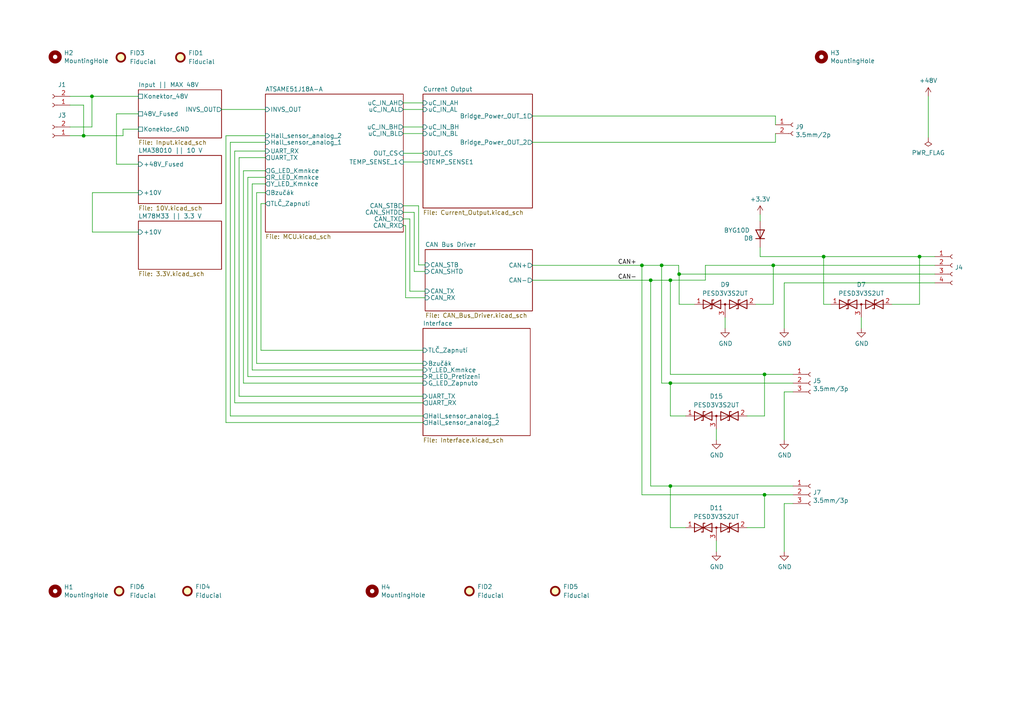
<source format=kicad_sch>
(kicad_sch (version 20230121) (generator eeschema)
  (paper "A4")
  (title_block (title "DP_Proudový_Zdroj") (date "2024-03-26") (rev "2") (company "Pavel Novotný"))
  (lib_symbols
    (symbol "Device:D" (pin_numbers hide) (pin_names (offset 1.016) hide)
      (property "Reference" "D" (at 0 2.54 0))
      (property "Value" "D" (at 0 -2.54 0))
      (symbol "D_0_1"
        (polyline (pts (xy -1.27 1.27) (xy -1.27 -1.27)) (stroke (width 0.254)))
        (polyline (pts (xy 1.27 0) (xy -1.27 0)))
        (polyline (pts (xy 1.27 1.27) (xy 1.27 -1.27) (xy -1.27 0) (xy 1.27 1.27)) (stroke (width 0.254)))
      )
      (symbol "D_1_1"
        (pin passive line (at -3.81 0 0) (length 2.54) (name "K") (number "1"))
        (pin passive line (at 3.81 0 180) (length 2.54) (name "A") (number "2"))
      )
    )
    (symbol "Device:D_TVS_Dual_AAC" (pin_names (offset 1.016) hide)
      (property "Reference" "D" (at 0 4.445 0))
      (property "Value" "D_TVS_Dual_AAC" (at 0 2.54 0))
      (symbol "D_TVS_Dual_AAC_0_0"
        (polyline (pts (xy 0 -1.27) (xy 0 0)))
      )
      (symbol "D_TVS_Dual_AAC_0_1"
        (polyline (pts (xy -6.35 0) (xy 6.35 0)))
        (polyline (pts (xy -3.302 1.27) (xy -3.81 1.27) (xy -3.81 -1.27) (xy -4.318 -1.27)) (stroke (width 0.254)))
        (polyline (pts (xy 4.318 1.27) (xy 3.81 1.27) (xy 3.81 -1.27) (xy 3.302 -1.27)) (stroke (width 0.254)))
        (polyline (pts (xy -6.35 1.27) (xy -1.27 -1.27) (xy -1.27 1.27) (xy -6.35 -1.27) (xy -6.35 1.27)) (stroke (width 0.254)))
        (polyline (pts (xy 6.35 1.27) (xy 1.27 -1.27) (xy 1.27 1.27) (xy 6.35 -1.27) (xy 6.35 1.27)) (stroke (width 0.254)))
        (circle (center 0 0) (radius 0.254) (fill (type outline)))
      )
      (symbol "D_TVS_Dual_AAC_1_1"
        (pin passive line (at -8.89 0 0) (length 2.54) (name "A1") (number "1"))
        (pin passive line (at 8.89 0 180) (length 2.54) (name "A2") (number "2"))
        (pin passive line (at 0 -3.81 90) (length 2.54) (name "common") (number "3"))
      )
    )
    (symbol "Mechanical:Fiducial"
      (property "Reference" "FID" (at 0 5.08 0))
      (property "Value" "Fiducial" (at 0 3.175 0))
      (symbol "Fiducial_0_1"
        (circle (center 0 0) (radius 1.27) (stroke (width 0.508)) (fill (type background)))
      )
    )
    (symbol "Mechanical:MountingHole" (pin_names (offset 1.016))
      (property "Reference" "H" (at 0 5.08 0))
      (property "Value" "MountingHole" (at 0 3.175 0))
      (symbol "MountingHole_0_1"
        (circle (center 0 0) (radius 1.27) (stroke (width 1.27)))
      )
    )
    (symbol "MiSPiZ-rescue:Conn_01x02_Female-Connector" (pin_names (offset 1.016) hide)
      (property "Reference" "J" (at 0 2.54 0))
      (property "Value" "Connector_Conn_01x02_Female" (at 0 -5.08 0))
      (symbol "Conn_01x02_Female-Connector_1_1"
        (arc (start 0 -2.032) (mid -0.5058 -2.54) (end 0 -3.048) (stroke (width 0.1524)))
        (polyline (pts (xy -1.27 -2.54) (xy -0.508 -2.54)) (stroke (width 0.1524)))
        (polyline (pts (xy -1.27 0) (xy -0.508 0)) (stroke (width 0.1524)))
        (arc (start 0 0.508) (mid -0.5058 0) (end 0 -0.508) (stroke (width 0.1524)))
        (pin passive line (at -5.08 0 0) (length 3.81) (name "Pin_1") (number "1"))
        (pin passive line (at -5.08 -2.54 0) (length 3.81) (name "Pin_2") (number "2"))
      )
    )
    (symbol "MiSPiZ-rescue:Conn_01x03_Female-Connector" (pin_names (offset 1.016) hide)
      (property "Reference" "J" (at 0 5.08 0))
      (property "Value" "Connector_Conn_01x03_Female" (at 0 -5.08 0))
      (symbol "Conn_01x03_Female-Connector_1_1"
        (arc (start 0 -2.032) (mid -0.5058 -2.54) (end 0 -3.048) (stroke (width 0.1524)))
        (polyline (pts (xy -1.27 -2.54) (xy -0.508 -2.54)) (stroke (width 0.1524)))
        (polyline (pts (xy -1.27 0) (xy -0.508 0)) (stroke (width 0.1524)))
        (polyline (pts (xy -1.27 2.54) (xy -0.508 2.54)) (stroke (width 0.1524)))
        (arc (start 0 0.508) (mid -0.5058 0) (end 0 -0.508) (stroke (width 0.1524)))
        (arc (start 0 3.048) (mid -0.5058 2.54) (end 0 2.032) (stroke (width 0.1524)))
        (pin passive line (at -5.08 2.54 0) (length 3.81) (name "Pin_1") (number "1"))
        (pin passive line (at -5.08 0 0) (length 3.81) (name "Pin_2") (number "2"))
        (pin passive line (at -5.08 -2.54 0) (length 3.81) (name "Pin_3") (number "3"))
      )
    )
    (symbol "MiSPiZ-rescue:Conn_01x04_Female-Connector" (pin_names (offset 1.016) hide)
      (property "Reference" "J" (at 0 5.08 0))
      (property "Value" "Connector_Conn_01x04_Female" (at 0 -7.62 0))
      (symbol "Conn_01x04_Female-Connector_1_1"
        (arc (start 0 -4.572) (mid -0.5058 -5.08) (end 0 -5.588) (stroke (width 0.1524)))
        (arc (start 0 -2.032) (mid -0.5058 -2.54) (end 0 -3.048) (stroke (width 0.1524)))
        (polyline (pts (xy -1.27 -5.08) (xy -0.508 -5.08)) (stroke (width 0.1524)))
        (polyline (pts (xy -1.27 -2.54) (xy -0.508 -2.54)) (stroke (width 0.1524)))
        (polyline (pts (xy -1.27 0) (xy -0.508 0)) (stroke (width 0.1524)))
        (polyline (pts (xy -1.27 2.54) (xy -0.508 2.54)) (stroke (width 0.1524)))
        (arc (start 0 0.508) (mid -0.5058 0) (end 0 -0.508) (stroke (width 0.1524)))
        (arc (start 0 3.048) (mid -0.5058 2.54) (end 0 2.032) (stroke (width 0.1524)))
        (pin passive line (at -5.08 2.54 0) (length 3.81) (name "Pin_1") (number "1"))
        (pin passive line (at -5.08 0 0) (length 3.81) (name "Pin_2") (number "2"))
        (pin passive line (at -5.08 -2.54 0) (length 3.81) (name "Pin_3") (number "3"))
        (pin passive line (at -5.08 -5.08 0) (length 3.81) (name "Pin_4") (number "4"))
      )
    )
    (symbol "power:+3.3V" (power) (pin_names (offset 0))
      (property "Value" "+3.3V" (at 0 3.556 0))
      (symbol "+3.3V_0_1"
        (polyline (pts (xy -0.762 1.27) (xy 0 2.54)))
        (polyline (pts (xy 0 0) (xy 0 2.54)))
        (polyline (pts (xy 0 2.54) (xy 0.762 1.27)))
      )
      (symbol "+3.3V_1_1"
        (pin power_in line (at 0 0 90) (length 0) hide (name "+3.3V") (number "1"))
      )
    )
    (symbol "power:+48V" (power) (pin_names (offset 0))
      (property "Value" "+48V" (at 0 3.556 0))
      (symbol "+48V_0_1"
        (polyline (pts (xy -0.762 1.27) (xy 0 2.54)))
        (polyline (pts (xy 0 0) (xy 0 2.54)))
        (polyline (pts (xy 0 2.54) (xy 0.762 1.27)))
      )
      (symbol "+48V_1_1"
        (pin power_in line (at 0 0 90) (length 0) hide (name "+48V") (number "1"))
      )
    )
    (symbol "power:GND" (power) (pin_names (offset 0))
      (property "Value" "GND" (at 0 -3.81 0))
      (symbol "GND_0_1"
        (polyline (pts (xy 0 0) (xy 0 -1.27) (xy 1.27 -1.27) (xy 0 -2.54) (xy -1.27 -1.27) (xy 0 -1.27)))
      )
      (symbol "GND_1_1"
        (pin power_in line (at 0 0 270) (length 0) hide (name "GND") (number "1"))
      )
    )
    (symbol "power:PWR_FLAG" (power) (pin_numbers hide) (pin_names (offset 0) hide)
      (property "Value" "PWR_FLAG" (at 0 3.81 0))
      (symbol "PWR_FLAG_0_0"
        (pin power_out line (at 0 0 90) (length 0) (name "pwr") (number "1"))
      )
      (symbol "PWR_FLAG_0_1"
        (polyline (pts (xy 0 0) (xy 0 1.27) (xy -1.016 1.905) (xy 0 2.54) (xy 1.016 1.905) (xy 0 1.27)))
      )
    )
  )
  (junction (at 221.742 108.585))
  (junction (at 194.437 81.2779))
  (junction (at 194.437 140.97))
  (junction (at 24.257 39.37))
  (junction (at 26.67 27.94))
  (junction (at 238.887 74.422))
  (junction (at 221.742 143.51))
  (junction (at 224.282 76.962))
  (junction (at 194.437 111.125))
  (junction (at 188.722 81.28))
  (junction (at 196.977 79.502))
  (junction (at 186.182 76.962))
  (junction (at 266.7 74.422))
  (junction (at 191.897 76.962))
  (wire (pts (xy 266.7 74.422) (xy 271.145 74.422)))
  (wire (pts (xy 68.072 116.84) (xy 122.682 116.84)))
  (wire (pts (xy 221.742 120.65) (xy 221.742 108.585)))
  (wire (pts (xy 20.32 30.48) (xy 24.257 30.48)))
  (wire (pts (xy 116.967 59.69) (xy 121.412 59.69)))
  (wire (pts (xy 194.437 111.125) (xy 229.997 111.125)))
  (wire (pts (xy 64.262 31.75) (xy 76.962 31.75)))
  (wire (pts (xy 116.967 31.75) (xy 122.682 31.75)))
  (wire (pts (xy 70.612 49.53) (xy 70.612 111.125)))
  (wire (pts (xy 227.457 127.635) (xy 227.457 113.665)))
  (wire (pts (xy 186.182 143.51) (xy 221.742 143.51)))
  (wire (pts (xy 194.437 81.2553) (xy 204.597 81.2553)))
  (wire (pts (xy 116.967 44.45) (xy 122.682 44.45)))
  (wire (pts (xy 240.919 88.265) (xy 238.887 88.265)))
  (wire (pts (xy 40.132 67.31) (xy 26.797 67.31)))
  (wire (pts (xy 191.897 111.125) (xy 194.437 111.125)))
  (wire (pts (xy 20.32 39.37) (xy 24.257 39.37)))
  (wire (pts (xy 204.597 76.962) (xy 204.597 81.2553)))
  (wire (pts (xy 194.437 111.125) (xy 194.437 120.65)))
  (wire (pts (xy 40.132 27.94) (xy 26.67 27.94)))
  (wire (pts (xy 40.132 55.88) (xy 26.797 55.88)))
  (wire (pts (xy 117.6431 86.36) (xy 123.317 86.36)))
  (wire (pts (xy 68.072 43.815) (xy 68.072 116.84)))
  (wire (pts (xy 66.802 41.275) (xy 76.962 41.275)))
  (wire (pts (xy 196.85 76.962) (xy 196.85 79.502)))
  (wire (pts (xy 186.182 143.51) (xy 186.182 76.962)))
  (wire (pts (xy 204.597 76.962) (xy 224.282 76.962)))
  (wire (pts (xy 249.809 95.25) (xy 249.809 92.075)))
  (wire (pts (xy 20.32 36.83) (xy 26.67 36.83)))
  (wire (pts (xy 224.282 76.962) (xy 271.145 76.962)))
  (wire (pts (xy 266.7 88.265) (xy 258.699 88.265)))
  (wire (pts (xy 69.342 114.935) (xy 69.342 45.72)))
  (wire (pts (xy 69.342 45.72) (xy 76.962 45.72)))
  (wire (pts (xy 194.437 153.035) (xy 194.437 140.97)))
  (wire (pts (xy 216.662 120.65) (xy 221.742 120.65)))
  (wire (pts (xy 76.962 49.53) (xy 70.612 49.53)))
  (wire (pts (xy 74.422 55.88) (xy 74.422 105.41)))
  (wire (pts (xy 122.682 114.935) (xy 69.342 114.935)))
  (wire (pts (xy 227.457 95.25) (xy 227.457 82.042)))
  (wire (pts (xy 188.722 81.28) (xy 188.722 81.2779)))
  (wire (pts (xy 188.722 140.97) (xy 194.437 140.97)))
  (wire (pts (xy 220.472 62.23) (xy 220.472 64.135)))
  (wire (pts (xy 238.887 74.422) (xy 238.887 88.265)))
  (wire (pts (xy 198.882 153.035) (xy 194.437 153.035)))
  (wire (pts (xy 76.962 53.34) (xy 73.152 53.34)))
  (wire (pts (xy 201.422 88.265) (xy 196.977 88.265)))
  (wire (pts (xy 24.257 30.48) (xy 24.257 39.37)))
  (wire (pts (xy 154.432 41.275) (xy 224.917 41.275)))
  (wire (pts (xy 71.882 51.435) (xy 76.962 51.435)))
  (wire (pts (xy 122.682 122.555) (xy 65.532 122.555)))
  (wire (pts (xy 65.532 39.37) (xy 76.962 39.37)))
  (wire (pts (xy 73.152 53.34) (xy 73.152 107.315)))
  (wire (pts (xy 116.967 46.99) (xy 122.682 46.99)))
  (wire (pts (xy 198.882 120.65) (xy 194.437 120.65)))
  (wire (pts (xy 24.257 39.37) (xy 35.687 39.37)))
  (wire (pts (xy 188.722 81.2779) (xy 194.437 81.2779)))
  (wire (pts (xy 210.312 95.25) (xy 210.312 92.075)))
  (wire (pts (xy 120.142 61.595) (xy 120.142 78.74)))
  (wire (pts (xy 227.457 160.02) (xy 227.457 146.05)))
  (wire (pts (xy 71.882 51.435) (xy 71.882 109.22)))
  (wire (pts (xy 221.742 153.035) (xy 221.742 143.51)))
  (wire (pts (xy 74.422 55.88) (xy 76.962 55.88)))
  (wire (pts (xy 116.967 61.595) (xy 120.142 61.595)))
  (wire (pts (xy 116.967 29.845) (xy 122.682 29.845)))
  (wire (pts (xy 71.882 109.22) (xy 122.682 109.22)))
  (wire (pts (xy 73.152 107.315) (xy 122.682 107.315)))
  (wire (pts (xy 196.977 79.502) (xy 271.145 79.502)))
  (wire (pts (xy 216.662 153.035) (xy 221.742 153.035)))
  (wire (pts (xy 33.782 47.625) (xy 40.132 47.625)))
  (wire (pts (xy 188.722 140.97) (xy 188.722 81.28)))
  (wire (pts (xy 194.437 81.2779) (xy 194.437 81.2553)))
  (wire (pts (xy 207.772 127.635) (xy 207.772 124.46)))
  (wire (pts (xy 220.472 74.422) (xy 220.472 71.755)))
  (wire (pts (xy 35.687 37.465) (xy 35.687 39.37)))
  (wire (pts (xy 116.967 63.5) (xy 118.872 63.5)))
  (wire (pts (xy 66.802 41.275) (xy 66.802 120.65)))
  (wire (pts (xy 191.897 76.962) (xy 191.897 111.125)))
  (wire (pts (xy 154.432 81.28) (xy 188.722 81.28)))
  (wire (pts (xy 74.422 105.41) (xy 122.682 105.41)))
  (wire (pts (xy 116.967 36.83) (xy 122.682 36.83)))
  (wire (pts (xy 40.132 33.02) (xy 33.782 33.02)))
  (wire (pts (xy 194.437 108.585) (xy 221.742 108.585)))
  (wire (pts (xy 116.967 38.735) (xy 122.682 38.735)))
  (wire (pts (xy 33.782 33.02) (xy 33.782 47.625)))
  (wire (pts (xy 75.692 59.055) (xy 76.962 59.055)))
  (wire (pts (xy 26.797 55.88) (xy 26.797 67.31)))
  (wire (pts (xy 227.457 82.042) (xy 271.145 82.042)))
  (wire (pts (xy 207.772 160.02) (xy 207.772 156.845)))
  (wire (pts (xy 266.7 74.422) (xy 266.7 88.265)))
  (wire (pts (xy 224.917 38.735) (xy 224.917 41.275)))
  (wire (pts (xy 196.977 79.502) (xy 196.977 88.265)))
  (wire (pts (xy 20.32 27.94) (xy 26.67 27.94)))
  (wire (pts (xy 238.887 74.422) (xy 220.472 74.422)))
  (wire (pts (xy 120.142 78.74) (xy 123.317 78.74)))
  (wire (pts (xy 40.132 37.465) (xy 35.687 37.465)))
  (wire (pts (xy 121.412 76.835) (xy 123.317 76.835)))
  (wire (pts (xy 68.072 43.815) (xy 76.962 43.815)))
  (wire (pts (xy 117.6431 65.405) (xy 116.967 65.405)))
  (wire (pts (xy 227.457 146.05) (xy 229.997 146.05)))
  (wire (pts (xy 221.742 143.51) (xy 229.997 143.51)))
  (wire (pts (xy 269.24 27.94) (xy 269.24 39.878)))
  (wire (pts (xy 65.532 122.555) (xy 65.532 39.37)))
  (wire (pts (xy 227.457 113.665) (xy 229.997 113.665)))
  (wire (pts (xy 154.432 33.655) (xy 224.917 33.655)))
  (wire (pts (xy 70.612 111.125) (xy 122.682 111.125)))
  (wire (pts (xy 75.692 101.6) (xy 122.682 101.6)))
  (wire (pts (xy 196.85 79.502) (xy 196.977 79.502)))
  (wire (pts (xy 219.202 88.265) (xy 224.282 88.265)))
  (wire (pts (xy 186.182 76.962) (xy 191.897 76.962)))
  (wire (pts (xy 118.872 63.5) (xy 118.872 84.455)))
  (wire (pts (xy 224.282 76.962) (xy 224.282 88.265)))
  (wire (pts (xy 194.437 108.585) (xy 194.437 81.2779)))
  (wire (pts (xy 75.692 59.055) (xy 75.692 101.6)))
  (wire (pts (xy 26.67 27.94) (xy 26.67 36.83)))
  (wire (pts (xy 117.6431 65.405) (xy 117.6431 86.36)))
  (wire (pts (xy 191.897 76.962) (xy 196.85 76.962)))
  (wire (pts (xy 66.802 120.65) (xy 122.682 120.65)))
  (wire (pts (xy 121.412 59.69) (xy 121.412 76.835)))
  (wire (pts (xy 194.437 140.97) (xy 229.997 140.97)))
  (wire (pts (xy 154.432 76.962) (xy 186.182 76.962)))
  (wire (pts (xy 224.917 33.655) (xy 224.917 36.195)))
  (wire (pts (xy 221.742 108.585) (xy 229.997 108.585)))
  (wire (pts (xy 118.872 84.455) (xy 123.317 84.455)))
  (wire (pts (xy 238.887 74.422) (xy 266.7 74.422)))
  (label "CAN+" (at 179.197 76.962 0))
  (label "CAN-" (at 179.197 81.28 0))
  (symbol (lib_id "MiSPiZ-rescue:Conn_01x02_Female-Connector") (at 15.24 30.48 180) (unit 1)
    (property "Reference" "J1" (at 17.9832 24.5618 0))
    (property "Value" "3.5mm/2p" (effects hide))
    (property "Footprint" "Connector_Phoenix_MC:PhoenixContact_MC_1,5_2-G-3.5_1x02_P3.50mm_Horizontal" (effects hide))
    (property "Datasheet" "https://cz.mouser.com/datasheet/2/18/1/rLFHPy7mAQED-1379250.pdf" (effects hide))
    (property "Vendor" "https://cz.mouser.com/ProductDetail/Amphenol-Anytek/OQ0212500000G?qs=Mv7BduZupUhn3%2FKe8nJdbQ%3D%3D" (effects hide))
    (property "CENA" "8,71" (effects hide))
    (property "MNUMBER " "OQ0212500000G" (effects hide))
    (property "OBJCISLO" "649-220107-C021A01LF " (effects hide))
    (property "POZN" "v cimře" (effects hide))
  )
  (symbol (lib_id "MiSPiZ-rescue:Conn_01x02_Female-Connector") (at 15.24 39.37 180) (unit 1)
    (property "Reference" "J3" (at 17.9832 33.4518 0))
    (property "Value" "3.5mm/2p" (effects hide))
    (property "Footprint" "Connector_Phoenix_MC:PhoenixContact_MC_1,5_2-G-3.5_1x02_P3.50mm_Horizontal" (effects hide))
    (property "Datasheet" "https://cz.mouser.com/datasheet/2/18/1/rLFHPy7mAQED-1379250.pdf" (effects hide))
    (property "Vendor" "https://cz.mouser.com/ProductDetail/Amphenol-Anytek/OQ0212500000G?qs=Mv7BduZupUhn3%2FKe8nJdbQ%3D%3D" (effects hide))
    (property "CENA" "8,71" (effects hide))
    (property "MNUMBER " "OQ0212500000G" (effects hide))
    (property "OBJCISLO" "649-220107-C021A01LF " (effects hide))
    (property "POZN" "v cimře" (effects hide))
  )
  (symbol (lib_id "power:GND") (at 227.457 95.25 0) (unit 1)
    (property "Reference" "#PWR05" (effects hide))
    (property "Value" "GND" (at 227.584 99.6442 0))
  )
  (symbol (lib_id "MiSPiZ-rescue:Conn_01x03_Female-Connector") (at 235.077 111.125 0) (unit 1)
    (property "Reference" "J5" (at 235.7882 110.4646 0) (effects (justify left)))
    (property "Value" "3.5mm/3p" (at 235.7882 112.776 0) (effects (justify left)))
    (property "Footprint" "Connector_Phoenix_MC:PhoenixContact_MC_1,5_3-G-3.5_1x03_P3.50mm_Horizontal" (effects hide))
    (property "Datasheet" "https://cz.mouser.com/datasheet/2/18/1/rLFHPy7mAQED-1379250.pdf" (effects hide))
    (property "Vendor" "https://cz.mouser.com/ProductDetail/Amphenol-Anytek/OQ0312500000G?qs=Mv7BduZupUgi736aEq2YkA%3D%3D" (effects hide))
    (property "CENA" "10,94" (effects hide))
    (property "MNUMBER " "OQ0312500000G " (effects hide))
    (property "OBJCISLO" "649-220107-C031A01LF " (effects hide))
    (property "POZN" "v cimře" (effects hide))
  )
  (symbol (lib_id "power:GND") (at 227.457 127.635 0) (unit 1)
    (property "Reference" "#PWR06" (effects hide))
    (property "Value" "GND" (at 227.584 132.0292 0))
  )
  (symbol (lib_id "power:GND") (at 227.457 160.02 0) (unit 1)
    (property "Reference" "#PWR07" (effects hide))
    (property "Value" "GND" (at 227.584 164.4142 0))
  )
  (symbol (lib_id "MiSPiZ-rescue:Conn_01x03_Female-Connector") (at 235.077 143.51 0) (unit 1)
    (property "Reference" "J7" (at 235.7882 142.8496 0) (effects (justify left)))
    (property "Value" "3.5mm/3p" (at 235.7882 145.161 0) (effects (justify left)))
    (property "Footprint" "Connector_Phoenix_MC:PhoenixContact_MC_1,5_3-G-3.5_1x03_P3.50mm_Horizontal" (effects hide))
    (property "Datasheet" "https://cz.mouser.com/datasheet/2/18/1/rLFHPy7mAQED-1379250.pdf" (effects hide))
    (property "Vendor" "https://cz.mouser.com/ProductDetail/Amphenol-Anytek/OQ0312500000G?qs=Mv7BduZupUgi736aEq2YkA%3D%3D" (effects hide))
    (property "CENA" "10,94" (effects hide))
    (property "MNUMBER " "OQ0312500000G " (effects hide))
    (property "OBJCISLO" "649-220107-C031A01LF " (effects hide))
    (property "POZN" "v cimře" (effects hide))
  )
  (symbol (lib_id "MiSPiZ-rescue:Conn_01x02_Female-Connector") (at 229.997 36.195 0) (unit 1)
    (property "Reference" "J9" (at 230.7082 36.8046 0) (effects (justify left)))
    (property "Value" "3.5mm/2p" (at 230.7082 39.116 0) (effects (justify left)))
    (property "Footprint" "Connector_Phoenix_MC:PhoenixContact_MC_1,5_2-G-3.5_1x02_P3.50mm_Horizontal" (effects hide))
    (property "Datasheet" "https://cz.mouser.com/datasheet/2/18/1/rLFHPy7mAQED-1379250.pdf" (effects hide))
    (property "Vendor" "https://cz.mouser.com/ProductDetail/Amphenol-Anytek/OQ0212500000G?qs=Mv7BduZupUhn3%2FKe8nJdbQ%3D%3D" (effects hide))
    (property "CENA" "8,71" (effects hide))
    (property "MNUMBER " "OQ0212500000G" (effects hide))
    (property "OBJCISLO" "649-220107-C021A01LF " (effects hide))
    (property "POZN" "v cimře" (effects hide))
  )
  (symbol (lib_id "MiSPiZ-rescue:Conn_01x04_Female-Connector") (at 276.225 76.962 0) (unit 1)
    (property "Reference" "J4" (at 276.9362 77.5716 0) (effects (justify left)))
    (property "Value" "2.54/4p" (effects hide))
    (property "Footprint" "Connector_PinHeader_2.54mm:PinHeader_1x04_P2.54mm_Vertical" (effects hide))
    (property "Datasheet" "https://cz.mouser.com/datasheet/2/527/ssq_th-2854703.pdf" (effects hide))
    (property "Vendor" "https://cz.mouser.com/ProductDetail/Samtec/SSQ-104-03-G-S?qs=rU5fayqh%252BE2eoI1lDYR7%2FA%3D%3D" (effects hide))
    (property "CENA" "41,52 " (effects hide))
    (property "MNUMBER " "G800W304018EU " (effects hide))
    (property "OBJCISLO" "523-G800W304018EU " (effects hide))
    (property "POZN" "v cimře (7+4ks)" (effects hide))
  )
  (symbol (lib_id "Mechanical:MountingHole") (at 16.002 171.45 0) (unit 1) (in_bom no)
    (property "Reference" "H1" (at 18.542 170.2816 0) (effects (justify left)))
    (property "Value" "MountingHole" (at 18.542 172.593 0) (effects (justify left)))
    (property "Footprint" "MountingHole:MountingHole_3.5mm_Pad" (effects hide))
  )
  (symbol (lib_id "Mechanical:MountingHole") (at 107.95 171.45 0) (unit 1) (in_bom no)
    (property "Reference" "H4" (at 110.49 170.2816 0) (effects (justify left)))
    (property "Value" "MountingHole" (at 110.49 172.593 0) (effects (justify left)))
    (property "Footprint" "MountingHole:MountingHole_3.5mm_Pad" (effects hide))
  )
  (symbol (lib_id "Mechanical:MountingHole") (at 238.252 16.51 0) (unit 1) (in_bom no)
    (property "Reference" "H3" (at 240.792 15.3416 0) (effects (justify left)))
    (property "Value" "MountingHole" (at 240.792 17.653 0) (effects (justify left)))
    (property "Footprint" "MountingHole:MountingHole_3.5mm_Pad" (effects hide))
  )
  (symbol (lib_id "Mechanical:MountingHole") (at 16.002 16.51 0) (unit 1) (in_bom no)
    (property "Reference" "H2" (at 18.542 15.3416 0) (effects (justify left)))
    (property "Value" "MountingHole" (at 18.542 17.653 0) (effects (justify left)))
    (property "Footprint" "MountingHole:MountingHole_3.5mm_Pad" (effects hide))
  )
  (symbol (lib_id "Mechanical:Fiducial") (at 54.356 171.45 0) (unit 1) (in_bom no)
    (property "Reference" "FID4" (at 56.642 170.18 0) (effects (justify left)))
    (property "Value" "Fiducial" (at 56.642 172.72 0) (effects (justify left)))
    (property "Footprint" "Fiducial:Fiducial_1mm_Mask2mm" (effects hide))
  )
  (symbol (lib_id "power:+48V") (at 269.24 27.94 0) (unit 1)
    (property "Reference" "#PWR0116" (effects hide))
    (property "Value" "+48V" (at 269.24 23.368 0))
  )
  (symbol (lib_id "Device:D_TVS_Dual_AAC") (at 249.809 88.265 0) (unit 1)
    (property "Reference" "D7" (at 249.809 82.55 0))
    (property "Value" "PESD3V3S2UT" (at 249.809 85.09 0))
    (property "Footprint" "Package_TO_SOT_SMD:SOT-23" (effects hide))
    (property "Datasheet" "https://cz.mouser.com/datasheet/2/916/PESD3V3S2UT-3162503.pdf" (effects hide))
    (property "CENA" "8.71" (effects hide))
    (property "MNUMBER " "PESD3V3S2UT,215" (effects hide))
    (property "OBJCISLO" "771-PESD3V3S2UT-T/R" (effects hide))
    (property "Vendor" "https://cz.mouser.com/ProductDetail/Nexperia/PESD3V3S2UT215?qs=LOCUfHb8d9uvXk1XKyOSVw%3D%3D" (effects hide))
    (property "POZN" "v cimře" (effects hide))
  )
  (symbol (lib_id "Device:D_TVS_Dual_AAC") (at 210.312 88.265 0) (unit 1)
    (property "Reference" "D9" (at 210.312 82.55 0))
    (property "Value" "PESD3V3S2UT" (at 210.312 85.09 0))
    (property "Footprint" "Package_TO_SOT_SMD:SOT-23" (effects hide))
    (property "Datasheet" "https://cz.mouser.com/datasheet/2/916/PESD3V3S2UT-3162503.pdf" (effects hide))
    (property "CENA" "8.71" (effects hide))
    (property "MNUMBER " "PESD3V3S2UT,215" (effects hide))
    (property "OBJCISLO" "771-PESD3V3S2UT-T/R" (effects hide))
    (property "Vendor" "https://cz.mouser.com/ProductDetail/Nexperia/PESD3V3S2UT215?qs=LOCUfHb8d9uvXk1XKyOSVw%3D%3D" (effects hide))
    (property "POZN" "v cimře" (effects hide))
  )
  (symbol (lib_id "Device:D") (at 220.472 67.945 90) (unit 1)
    (property "Reference" "D8" (at 218.44 69.1134 90) (effects (justify left)))
    (property "Value" "BYG10D " (at 218.44 66.802 90) (effects (justify left)))
    (property "Footprint" "Diode_SMD:D_SMA" (effects hide))
    (property "Datasheet" "https://diotec.com/request/datasheet/byg10d.pdf" (effects hide))
    (property "CENA" "3,58" (effects hide))
    (property "MNUMBER " "BYG10D" (effects hide))
    (property "OBJCISLO" "637-BYG10D " (effects hide))
    (property "Vendor" "https://cz.mouser.com/ProductDetail/Diotec-Semiconductor/BYG10D?qs=OlC7AqGiEDkrQ9cudWHEKw%3D%3D" (effects hide))
  )
  (symbol (lib_id "power:+3.3V") (at 220.472 62.23 0) (unit 1)
    (property "Reference" "#PWR04" (effects hide))
    (property "Value" "+3.3V" (at 220.472 57.785 0))
  )
  (symbol (lib_id "Mechanical:Fiducial") (at 52.324 16.637 0) (unit 1) (in_bom no)
    (property "Reference" "FID1" (at 54.61 15.367 0) (effects (justify left)))
    (property "Value" "Fiducial" (at 54.61 17.907 0) (effects (justify left)))
    (property "Footprint" "Fiducial:Fiducial_1mm_Mask2mm" (effects hide))
  )
  (symbol (lib_id "Mechanical:Fiducial") (at 34.544 171.45 0) (unit 1) (in_bom no)
    (property "Reference" "FID6" (at 37.592 170.18 0) (effects (justify left)))
    (property "Value" "Fiducial" (at 37.592 172.72 0) (effects (justify left)))
    (property "Footprint" "Fiducial:Fiducial_1mm_Mask2mm" (effects hide))
  )
  (symbol (lib_id "power:PWR_FLAG") (at 269.24 39.878 180) (unit 1)
    (property "Reference" "#FLG02" (effects hide))
    (property "Value" "PWR_FLAG" (at 269.24 44.323 0))
  )
  (symbol (lib_id "power:GND") (at 207.772 127.635 0) (unit 1)
    (property "Reference" "#PWR01" (effects hide))
    (property "Value" "GND" (at 207.899 132.0292 0))
  )
  (symbol (lib_id "Mechanical:Fiducial") (at 161.036 171.45 0) (unit 1) (in_bom no)
    (property "Reference" "FID5" (at 163.322 170.18 0) (effects (justify left)))
    (property "Value" "Fiducial" (at 163.322 172.72 0) (effects (justify left)))
    (property "Footprint" "Fiducial:Fiducial_1mm_Mask2mm" (effects hide))
  )
  (symbol (lib_id "Mechanical:Fiducial") (at 35.052 16.637 0) (unit 1) (in_bom no)
    (property "Reference" "FID3" (at 37.592 15.367 0) (effects (justify left)))
    (property "Value" "Fiducial" (at 37.592 17.907 0) (effects (justify left)))
    (property "Footprint" "Fiducial:Fiducial_1mm_Mask2mm" (effects hide))
  )
  (symbol (lib_id "power:GND") (at 207.772 160.02 0) (unit 1)
    (property "Reference" "#PWR02" (effects hide))
    (property "Value" "GND" (at 207.899 164.4142 0))
  )
  (symbol (lib_id "Device:D_TVS_Dual_AAC") (at 207.772 153.035 0) (unit 1)
    (property "Reference" "D11" (at 207.772 147.32 0))
    (property "Value" "PESD3V3S2UT" (at 207.772 149.86 0))
    (property "Footprint" "Package_TO_SOT_SMD:SOT-23" (effects hide))
    (property "Datasheet" "https://cz.mouser.com/datasheet/2/916/PESD3V3S2UT-3162503.pdf" (effects hide))
    (property "CENA" "8.71" (effects hide))
    (property "MNUMBER " "PESD3V3S2UT,215" (effects hide))
    (property "OBJCISLO" "771-PESD3V3S2UT-T/R" (effects hide))
    (property "Vendor" "https://cz.mouser.com/ProductDetail/Nexperia/PESD3V3S2UT215?qs=LOCUfHb8d9uvXk1XKyOSVw%3D%3D" (effects hide))
    (property "POZN" "v cimře" (effects hide))
  )
  (symbol (lib_id "power:GND") (at 249.809 95.25 0) (unit 1)
    (property "Reference" "#PWR0115" (effects hide))
    (property "Value" "GND" (at 249.936 99.6442 0))
  )
  (symbol (lib_id "power:GND") (at 210.312 95.25 0) (unit 1)
    (property "Reference" "#PWR03" (effects hide))
    (property "Value" "GND" (at 210.439 99.6442 0))
  )
  (symbol (lib_id "Mechanical:Fiducial") (at 136.144 171.45 0) (unit 1) (in_bom no)
    (property "Reference" "FID2" (at 138.43 170.18 0) (effects (justify left)))
    (property "Value" "Fiducial" (at 138.43 172.72 0) (effects (justify left)))
    (property "Footprint" "Fiducial:Fiducial_1mm_Mask2mm" (effects hide))
  )
  (symbol (lib_id "Device:D_TVS_Dual_AAC") (at 207.772 120.65 0) (unit 1)
    (property "Reference" "D15" (at 207.772 114.935 0))
    (property "Value" "PESD3V3S2UT" (at 207.772 117.475 0))
    (property "Footprint" "Package_TO_SOT_SMD:SOT-23" (effects hide))
    (property "Datasheet" "https://cz.mouser.com/datasheet/2/916/PESD3V3S2UT-3162503.pdf" (effects hide))
    (property "CENA" "8.71" (effects hide))
    (property "MNUMBER " "PESD3V3S2UT,215" (effects hide))
    (property "OBJCISLO" "771-PESD3V3S2UT-T/R" (effects hide))
    (property "Vendor" "https://cz.mouser.com/ProductDetail/Nexperia/PESD3V3S2UT215?qs=LOCUfHb8d9uvXk1XKyOSVw%3D%3D" (effects hide))
    (property "POZN" "v cimře" (effects hide))
  )
  (sheet (at 40.132 64.135) (size 24.13 13.97)
    (property "Sheetname" "LM78M33 || 3.3 V" (at 40.132 63.4234 0) (effects (justify left bottom)))
    (property "Sheetfile" "3.3V.kicad_sch" (at 40.132 78.6896 0) (effects (justify left top)))
    (pin "+10V" input (at 40.132 67.31 180))
  )
  (sheet (at 122.682 27.305) (size 31.75 33.02)
    (property "Sheetname" "Current Output" (at 122.682 26.5934 0) (effects (justify left bottom)))
    (property "Sheetfile" "Current_Output.kicad_sch" (at 122.682 60.9096 0) (effects (justify left top)))
    (pin "uC_IN_BH" input (at 122.682 36.83 180))
    (pin "uC_IN_AL" input (at 122.682 31.75 180))
    (pin "uC_IN_BL" input (at 122.682 38.735 180))
    (pin "Bridge_Power_OUT_2" output (at 154.432 41.275 0))
    (pin "Bridge_Power_OUT_1" output (at 154.432 33.655 0))
    (pin "uC_IN_AH" input (at 122.682 29.845 180))
    (pin "OUT_CS" output (at 122.682 44.45 180))
    (pin "TEMP_SENSE1" output (at 122.682 46.99 180))
  )
  (sheet (at 40.132 45.085) (size 24.13 13.97)
    (property "Sheetname" "LMA38010 || 10 V" (at 40.132 44.3734 0) (effects (justify left bottom)))
    (property "Sheetfile" "10V.kicad_sch" (at 40.132 59.6396 0) (effects (justify left top)))
    (pin "+10V" input (at 40.132 55.88 180))
    (pin "+48V_Fused" input (at 40.132 47.625 180))
  )
  (sheet (at 40.132 26.035) (size 24.13 13.97)
    (property "Sheetname" "Input || MAX 48V" (at 40.132 25.3234 0) (effects (justify left bottom)))
    (property "Sheetfile" "Input.kicad_sch" (at 40.132 40.5896 0) (effects (justify left top)))
    (pin "INVS_OUT" output (at 64.262 31.75 0))
    (pin "Konektor_48V" passive (at 40.132 27.94 180))
    (pin "48V_Fused" passive (at 40.132 33.02 180))
    (pin "Konektor_GND" passive (at 40.132 37.465 180))
  )
  (sheet (at 76.962 27.305) (size 40.005 40.005)
    (property "Sheetname" "ATSAME51J18A-A" (at 76.962 26.5934 0) (effects (justify left bottom)))
    (property "Sheetfile" "MCU.kicad_sch" (at 76.962 67.8946 0) (effects (justify left top)))
    (pin "uC_IN_BH" output (at 116.967 36.83 0))
    (pin "uC_IN_AL" output (at 116.967 31.75 0))
    (pin "uC_IN_BL" output (at 116.967 38.735 0))
    (pin "uC_IN_AH" output (at 116.967 29.845 0))
    (pin "INVS_OUT" input (at 76.962 31.75 180))
    (pin "TEMP_SENSE_1" input (at 116.967 46.99 0))
    (pin "CAN_RX" output (at 116.967 65.405 0))
    (pin "CAN_TX" output (at 116.967 63.5 0))
    (pin "CAN_SHTD" output (at 116.967 61.595 0))
    (pin "CAN_STB" output (at 116.967 59.69 0))
    (pin "TLČ_Zapnutí" output (at 76.962 59.055 180))
    (pin "UART_RX" input (at 76.962 43.815 180))
    (pin "UART_TX" output (at 76.962 45.72 180))
    (pin "Bzučák" output (at 76.962 55.88 180))
    (pin "Y_LED_Kmnkce" output (at 76.962 53.34 180))
    (pin "R_LED_Kmnkce" output (at 76.962 51.435 180))
    (pin "G_LED_Kmnkce" output (at 76.962 49.53 180))
    (pin "OUT_CS" input (at 116.967 44.45 0))
    (pin "Hall_sensor_analog_1" input (at 76.962 41.275 180))
    (pin "Hall_sensor_analog_2" input (at 76.962 39.37 180))
  )
  (sheet (at 122.682 95.25) (size 31.115 31.115)
    (property "Sheetname" "Interface" (at 122.682 94.5384 0) (effects (justify left bottom)))
    (property "Sheetfile" "Interface.kicad_sch" (at 122.682 126.9496 0) (effects (justify left top)))
    (pin "G_LED_Zapnuto" input (at 122.682 111.125 180))
    (pin "R_LED_Pretizeni" input (at 122.682 109.22 180))
    (pin "Y_LED_Kmnkce" input (at 122.682 107.315 180))
    (pin "Bzučák" input (at 122.682 105.41 180))
    (pin "TLČ_Zapnutí" input (at 122.682 101.6 180))
    (pin "UART_RX" output (at 122.682 116.84 180))
    (pin "UART_TX" input (at 122.682 114.935 180))
    (pin "Hall_sensor_analog_1" output (at 122.682 120.65 180))
    (pin "Hall_sensor_analog_2" output (at 122.682 122.555 180))
  )
  (sheet (at 123.317 72.39) (size 31.115 17.78)
    (property "Sheetname" "CAN Bus Driver" (at 123.317 71.6784 0) (effects (justify left bottom)))
    (property "Sheetfile" "CAN_Bus_Driver.kicad_sch" (at 123.317 90.7546 0) (effects (justify left top)))
    (pin "CAN_RX" input (at 123.317 86.36 180))
    (pin "CAN_TX" input (at 123.317 84.455 180))
    (pin "CAN_SHTD" input (at 123.317 78.74 180))
    (pin "CAN_STB" input (at 123.317 76.835 180))
    (pin "CAN+" output (at 154.432 76.962 0))
    (pin "CAN-" output (at 154.432 81.28 0))
  )
)
</source>
